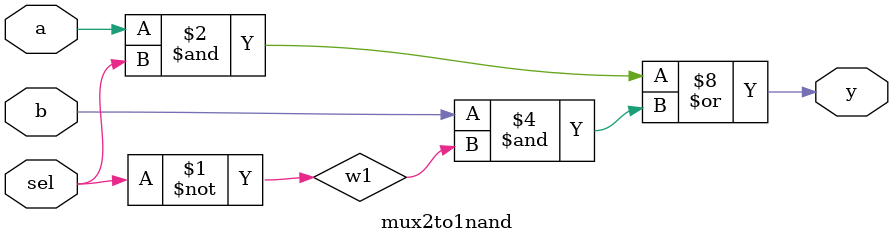
<source format=v>
`timescale 1ns / 1ps

module mux2to1nand(
input a,
input b,
input sel,
output y
    );
    wire w1;
    wire w2;
    wire w3;
    assign w1 = ~sel;
    assign w2 = ~(a&sel);
    assign w3 = ~(b&w1);
    assign y = (~w2) | (~w3);
    
endmodule

</source>
